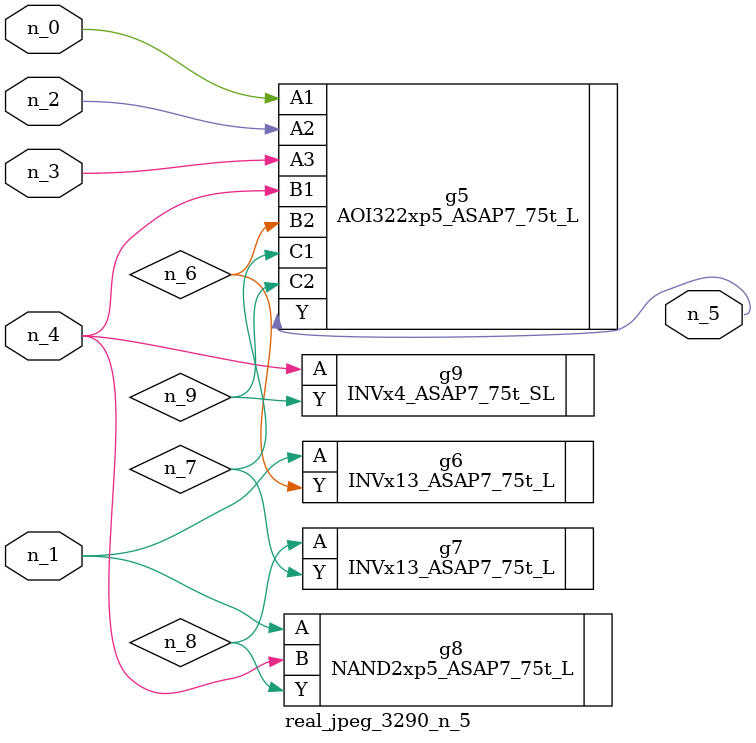
<source format=v>
module real_jpeg_3290_n_5 (n_4, n_0, n_1, n_2, n_3, n_5);

input n_4;
input n_0;
input n_1;
input n_2;
input n_3;

output n_5;

wire n_8;
wire n_6;
wire n_7;
wire n_9;

AOI322xp5_ASAP7_75t_L g5 ( 
.A1(n_0),
.A2(n_2),
.A3(n_3),
.B1(n_4),
.B2(n_6),
.C1(n_7),
.C2(n_9),
.Y(n_5)
);

INVx13_ASAP7_75t_L g6 ( 
.A(n_1),
.Y(n_6)
);

NAND2xp5_ASAP7_75t_L g8 ( 
.A(n_1),
.B(n_4),
.Y(n_8)
);

INVx4_ASAP7_75t_SL g9 ( 
.A(n_4),
.Y(n_9)
);

INVx13_ASAP7_75t_L g7 ( 
.A(n_8),
.Y(n_7)
);


endmodule
</source>
